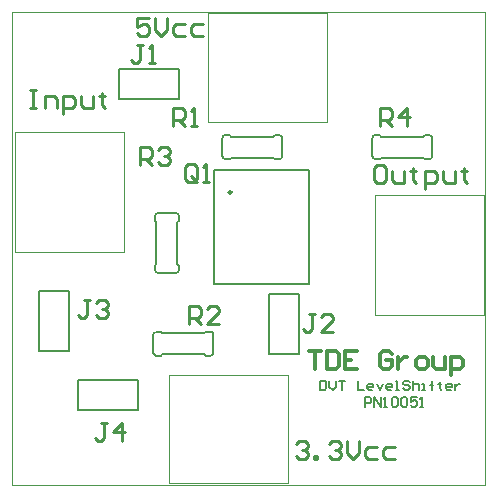
<source format=gto>
G04 Layer_Color=65535*
%FSLAX44Y44*%
%MOMM*%
G71*
G01*
G75*
%ADD15C,0.3000*%
%ADD16C,0.2540*%
%ADD17C,0.1000*%
%ADD26C,0.1524*%
%ADD27C,0.2500*%
%ADD28C,0.2000*%
%ADD29C,0.0500*%
%ADD30C,0.1500*%
D15*
X251460Y112785D02*
X261457D01*
X256458D01*
Y97790D01*
X266455Y112785D02*
Y97790D01*
X273953D01*
X276452Y100289D01*
Y110286D01*
X273953Y112785D01*
X266455D01*
X291447D02*
X281450D01*
Y97790D01*
X291447D01*
X281450Y105288D02*
X286449D01*
X321437Y110286D02*
X318938Y112785D01*
X313940D01*
X311441Y110286D01*
Y100289D01*
X313940Y97790D01*
X318938D01*
X321437Y100289D01*
Y105288D01*
X316439D01*
X326436Y107787D02*
Y97790D01*
Y102788D01*
X328935Y105288D01*
X331434Y107787D01*
X333933D01*
X343930Y97790D02*
X348928D01*
X351428Y100289D01*
Y105288D01*
X348928Y107787D01*
X343930D01*
X341431Y105288D01*
Y100289D01*
X343930Y97790D01*
X356426Y107787D02*
Y100289D01*
X358925Y97790D01*
X366423D01*
Y107787D01*
X371421Y92792D02*
Y107787D01*
X378919D01*
X381418Y105288D01*
Y100289D01*
X378919Y97790D01*
X371421D01*
D16*
X110487Y372105D02*
X105408D01*
X107948D01*
Y359409D01*
X105408Y356870D01*
X102869D01*
X100330Y359409D01*
X115565Y356870D02*
X120643D01*
X118104D01*
Y372105D01*
X115565Y369566D01*
X66037Y156205D02*
X60958D01*
X63498D01*
Y143509D01*
X60958Y140970D01*
X58419D01*
X55880Y143509D01*
X71115Y153666D02*
X73654Y156205D01*
X78733D01*
X81272Y153666D01*
Y151127D01*
X78733Y148588D01*
X76193D01*
X78733D01*
X81272Y146048D01*
Y143509D01*
X78733Y140970D01*
X73654D01*
X71115Y143509D01*
X256537Y144775D02*
X251458D01*
X253997D01*
Y132079D01*
X251458Y129540D01*
X248919D01*
X246380Y132079D01*
X271772Y129540D02*
X261615D01*
X271772Y139697D01*
Y142236D01*
X269233Y144775D01*
X264154D01*
X261615Y142236D01*
X80007Y52065D02*
X74928D01*
X77467D01*
Y39369D01*
X74928Y36830D01*
X72389D01*
X69850Y39369D01*
X92703Y36830D02*
Y52065D01*
X85085Y44447D01*
X95242D01*
X313687Y270505D02*
X308609D01*
X306070Y267966D01*
Y257809D01*
X308609Y255270D01*
X313687D01*
X316227Y257809D01*
Y267966D01*
X313687Y270505D01*
X321305Y265427D02*
Y257809D01*
X323844Y255270D01*
X331462D01*
Y265427D01*
X339079Y267966D02*
Y265427D01*
X336540D01*
X341618D01*
X339079D01*
Y257809D01*
X341618Y255270D01*
X349236Y250192D02*
Y265427D01*
X356854D01*
X359393Y262887D01*
Y257809D01*
X356854Y255270D01*
X349236D01*
X364471Y265427D02*
Y257809D01*
X367010Y255270D01*
X374628D01*
Y265427D01*
X382245Y267966D02*
Y265427D01*
X379706D01*
X384785D01*
X382245D01*
Y257809D01*
X384785Y255270D01*
X311150Y303530D02*
Y318765D01*
X318768D01*
X321307Y316226D01*
Y311147D01*
X318768Y308608D01*
X311150D01*
X316228D02*
X321307Y303530D01*
X334003D02*
Y318765D01*
X326385Y311147D01*
X336542D01*
X15240Y334005D02*
X20318D01*
X17779D01*
Y318770D01*
X15240D01*
X20318D01*
X27936D02*
Y328927D01*
X35553D01*
X38093Y326387D01*
Y318770D01*
X43171Y313692D02*
Y328927D01*
X50788D01*
X53328Y326387D01*
Y321309D01*
X50788Y318770D01*
X43171D01*
X58406Y328927D02*
Y321309D01*
X60945Y318770D01*
X68563D01*
Y328927D01*
X76180Y331466D02*
Y328927D01*
X73641D01*
X78720D01*
X76180D01*
Y321309D01*
X78720Y318770D01*
X115567Y394965D02*
X105410D01*
Y387347D01*
X110488Y389887D01*
X113027D01*
X115567Y387347D01*
Y382269D01*
X113027Y379730D01*
X107949D01*
X105410Y382269D01*
X120645Y394965D02*
Y384808D01*
X125723Y379730D01*
X130802Y384808D01*
Y394965D01*
X146037Y389887D02*
X138419D01*
X135880Y387347D01*
Y382269D01*
X138419Y379730D01*
X146037D01*
X161272Y389887D02*
X153654D01*
X151115Y387347D01*
Y382269D01*
X153654Y379730D01*
X161272D01*
X240030Y34286D02*
X242569Y36825D01*
X247647D01*
X250187Y34286D01*
Y31747D01*
X247647Y29207D01*
X245108D01*
X247647D01*
X250187Y26668D01*
Y24129D01*
X247647Y21590D01*
X242569D01*
X240030Y24129D01*
X255265Y21590D02*
Y24129D01*
X257804D01*
Y21590D01*
X255265D01*
X267961Y34286D02*
X270500Y36825D01*
X275578D01*
X278118Y34286D01*
Y31747D01*
X275578Y29207D01*
X273039D01*
X275578D01*
X278118Y26668D01*
Y24129D01*
X275578Y21590D01*
X270500D01*
X267961Y24129D01*
X283196Y36825D02*
Y26668D01*
X288274Y21590D01*
X293353Y26668D01*
Y36825D01*
X308588Y31747D02*
X300970D01*
X298431Y29207D01*
Y24129D01*
X300970Y21590D01*
X308588D01*
X323823Y31747D02*
X316205D01*
X313666Y29207D01*
Y24129D01*
X316205Y21590D01*
X323823D01*
X135890Y303530D02*
Y318765D01*
X143507D01*
X146047Y316226D01*
Y311147D01*
X143507Y308608D01*
X135890D01*
X140968D02*
X146047Y303530D01*
X151125D02*
X156203D01*
X153664D01*
Y318765D01*
X151125Y316226D01*
X156207Y259079D02*
Y269236D01*
X153667Y271775D01*
X148589D01*
X146050Y269236D01*
Y259079D01*
X148589Y256540D01*
X153667D01*
X151128Y261618D02*
X156207Y256540D01*
X153667D02*
X156207Y259079D01*
X161285Y256540D02*
X166363D01*
X163824D01*
Y271775D01*
X161285Y269236D01*
X107950Y270510D02*
Y285745D01*
X115568D01*
X118107Y283206D01*
Y278127D01*
X115568Y275588D01*
X107950D01*
X113028D02*
X118107Y270510D01*
X123185Y283206D02*
X125724Y285745D01*
X130803D01*
X133342Y283206D01*
Y280667D01*
X130803Y278127D01*
X128263D01*
X130803D01*
X133342Y275588D01*
Y273049D01*
X130803Y270510D01*
X125724D01*
X123185Y273049D01*
X149860Y135890D02*
Y151125D01*
X157478D01*
X160017Y148586D01*
Y143507D01*
X157478Y140968D01*
X149860D01*
X154938D02*
X160017Y135890D01*
X175252D02*
X165095D01*
X175252Y146047D01*
Y148586D01*
X172713Y151125D01*
X167634D01*
X165095Y148586D01*
D17*
X0Y0D02*
Y400000D01*
Y0D02*
X400000D01*
Y400000D01*
X0D02*
X400000D01*
D26*
X304800Y278130D02*
G03*
X307340Y275590I2540J0D01*
G01*
Y295910D02*
G03*
X304800Y293370I0J-2540D01*
G01*
X355600D02*
G03*
X353060Y295910I-2540J0D01*
G01*
Y275590D02*
G03*
X355600Y278130I0J2540D01*
G01*
X177800D02*
G03*
X180340Y275590I2540J0D01*
G01*
Y295910D02*
G03*
X177800Y293370I0J-2540D01*
G01*
X228600D02*
G03*
X226060Y295910I-2540J0D01*
G01*
Y275590D02*
G03*
X228600Y278130I0J2540D01*
G01*
X138430Y179070D02*
G03*
X140970Y181610I0J2540D01*
G01*
X120650D02*
G03*
X123190Y179070I2540J0D01*
G01*
Y229870D02*
G03*
X120650Y227330I0J-2540D01*
G01*
X140970D02*
G03*
X138430Y229870I-2540J0D01*
G01*
X170180Y127000D02*
G03*
X167640Y129540I-2540J0D01*
G01*
Y109220D02*
G03*
X170180Y111760I0J2540D01*
G01*
X119380D02*
G03*
X121920Y109220I2540J0D01*
G01*
Y129540D02*
G03*
X119380Y127000I0J-2540D01*
G01*
X304800Y278130D02*
Y293370D01*
X307340Y295910D02*
X311150D01*
X307340Y275590D02*
X311150D01*
X312420Y294640D02*
X347980D01*
X311150Y295910D02*
X312420Y294640D01*
Y276860D02*
X347980D01*
X311150Y275590D02*
X312420Y276860D01*
X347980Y294640D02*
X349250Y295910D01*
X353060D01*
X347980Y276860D02*
X349250Y275590D01*
X353060D01*
X355600Y278130D02*
Y293370D01*
X177800Y278130D02*
Y293370D01*
X180340Y295910D02*
X184150D01*
X180340Y275590D02*
X184150D01*
X185420Y294640D02*
X220980D01*
X184150Y295910D02*
X185420Y294640D01*
Y276860D02*
X220980D01*
X184150Y275590D02*
X185420Y276860D01*
X220980Y294640D02*
X222250Y295910D01*
X226060D01*
X220980Y276860D02*
X222250Y275590D01*
X226060D01*
X228600Y278130D02*
Y293370D01*
X123190Y179070D02*
X138430D01*
X120650Y181610D02*
Y185420D01*
X140970Y181610D02*
Y185420D01*
X121920Y186690D02*
Y222250D01*
X120650Y185420D02*
X121920Y186690D01*
X139700D02*
Y222250D01*
Y186690D02*
X140970Y185420D01*
X120650Y223520D02*
X121920Y222250D01*
X120650Y223520D02*
Y227330D01*
X139700Y222250D02*
X140970Y223520D01*
Y227330D01*
X123190Y229870D02*
X138430D01*
X170180Y111760D02*
Y127000D01*
X163830Y109220D02*
X167640D01*
X163830Y129540D02*
X167640D01*
X127000Y110490D02*
X162560D01*
X163830Y109220D01*
X127000Y128270D02*
X162560D01*
X163830Y129540D01*
X125730Y109220D02*
X127000Y110490D01*
X121920Y109220D02*
X125730D01*
Y129540D02*
X127000Y128270D01*
X121920Y129540D02*
X125730D01*
X119380Y111760D02*
Y127000D01*
D27*
X185520Y247440D02*
G03*
X185520Y247440I-1250J0D01*
G01*
D28*
X106680Y63500D02*
Y88900D01*
X55880Y63500D02*
X106680D01*
X55880D02*
Y88900D01*
X106680D01*
X22860Y113030D02*
X48260D01*
X22860D02*
Y163830D01*
X48260D01*
Y113030D02*
Y163830D01*
X217170Y161290D02*
X242570D01*
Y110490D02*
Y161290D01*
X217170Y110490D02*
X242570D01*
X217170D02*
Y161290D01*
X140970Y326390D02*
Y351790D01*
X90170Y326390D02*
X140970D01*
X90170D02*
Y351790D01*
X140970D01*
X170520Y169890D02*
X251020D01*
X170520Y266540D02*
X251020D01*
Y169890D02*
Y266540D01*
X170520Y169890D02*
Y266540D01*
D29*
X307060Y244910D02*
X399060D01*
Y143710D02*
Y244910D01*
X307060Y143710D02*
X399060D01*
X307060D02*
Y244910D01*
X2260Y197050D02*
X94260D01*
X2260D02*
Y298250D01*
X94260D01*
Y197050D02*
Y298250D01*
X165300Y307060D02*
Y399060D01*
X266500D01*
Y307060D02*
Y399060D01*
X165300Y307060D02*
X266500D01*
X233480Y990D02*
Y92990D01*
X132280Y990D02*
X233480D01*
X132280D02*
Y92990D01*
X233480D01*
D30*
X260350Y88007D02*
Y80010D01*
X264349D01*
X265682Y81343D01*
Y86674D01*
X264349Y88007D01*
X260350D01*
X268347D02*
Y82676D01*
X271013Y80010D01*
X273679Y82676D01*
Y88007D01*
X276345D02*
X281676D01*
X279011D01*
Y80010D01*
X292340Y88007D02*
Y80010D01*
X297671D01*
X304336D02*
X301670D01*
X300337Y81343D01*
Y84009D01*
X301670Y85342D01*
X304336D01*
X305669Y84009D01*
Y82676D01*
X300337D01*
X308335Y85342D02*
X311000Y80010D01*
X313666Y85342D01*
X320331Y80010D02*
X317665D01*
X316332Y81343D01*
Y84009D01*
X317665Y85342D01*
X320331D01*
X321664Y84009D01*
Y82676D01*
X316332D01*
X324329Y80010D02*
X326995D01*
X325662D01*
Y88007D01*
X324329D01*
X336325Y86674D02*
X334993Y88007D01*
X332327D01*
X330994Y86674D01*
Y85342D01*
X332327Y84009D01*
X334993D01*
X336325Y82676D01*
Y81343D01*
X334993Y80010D01*
X332327D01*
X330994Y81343D01*
X338991Y88007D02*
Y80010D01*
Y84009D01*
X340324Y85342D01*
X342990D01*
X344323Y84009D01*
Y80010D01*
X346989D02*
X349655D01*
X348322D01*
Y85342D01*
X346989D01*
X354986Y80010D02*
Y86674D01*
Y84009D01*
X353653D01*
X356319D01*
X354986D01*
Y86674D01*
X356319Y88007D01*
X361651Y86674D02*
Y85342D01*
X360318D01*
X362984D01*
X361651D01*
Y81343D01*
X362984Y80010D01*
X370981D02*
X368315D01*
X366982Y81343D01*
Y84009D01*
X368315Y85342D01*
X370981D01*
X372314Y84009D01*
Y82676D01*
X366982D01*
X374980Y85342D02*
Y80010D01*
Y82676D01*
X376313Y84009D01*
X377645Y85342D01*
X378978D01*
X298450Y66040D02*
Y74037D01*
X302449D01*
X303782Y72705D01*
Y70039D01*
X302449Y68706D01*
X298450D01*
X306447Y66040D02*
Y74037D01*
X311779Y66040D01*
Y74037D01*
X314445Y66040D02*
X317111D01*
X315778D01*
Y74037D01*
X314445Y72705D01*
X321109D02*
X322442Y74037D01*
X325108D01*
X326441Y72705D01*
Y67373D01*
X325108Y66040D01*
X322442D01*
X321109Y67373D01*
Y72705D01*
X329107D02*
X330440Y74037D01*
X333106D01*
X334438Y72705D01*
Y67373D01*
X333106Y66040D01*
X330440D01*
X329107Y67373D01*
Y72705D01*
X342436Y74037D02*
X337104D01*
Y70039D01*
X339770Y71372D01*
X341103D01*
X342436Y70039D01*
Y67373D01*
X341103Y66040D01*
X338437D01*
X337104Y67373D01*
X345102Y66040D02*
X347767D01*
X346435D01*
Y74037D01*
X345102Y72705D01*
M02*

</source>
